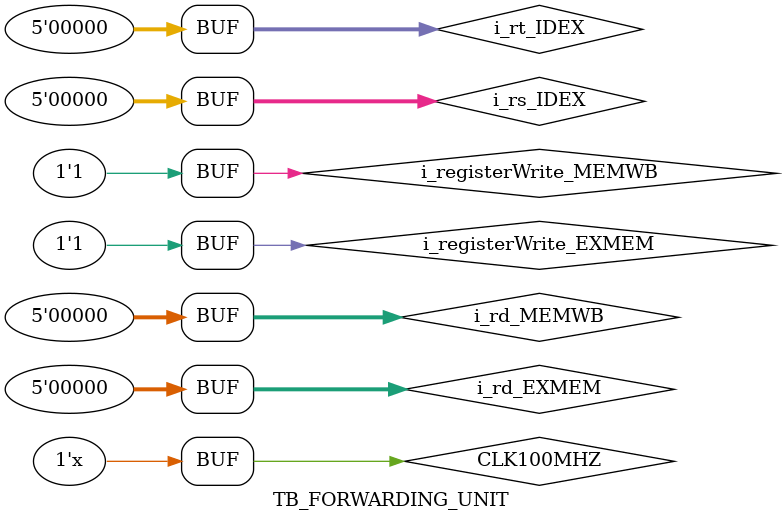
<source format=v>
`timescale 1ns / 1ps



`define len 32
`define NB $clog2(`len)

module TB_FORWARDING_UNIT(
    );
	
	reg i_registerWrite_EXMEM;
	reg i_registerWrite_MEMWB;
	reg [`NB-1:0] i_rd_EXMEM;
	reg [`NB-1:0] i_rd_MEMWB;
	reg [`NB-1:0] i_rs_IDEX;
	reg [`NB-1:0] i_rt_IDEX;
	reg CLK100MHZ;

	FORWARDING_UNIT #(.lenghtIN(`len), .NB(`NB))
	FORWARDING_UNIT(
		.i_registerWrite_EXMEM(i_registerWrite_EXMEM),
		.i_registerWrite_MEMWB(i_registerWrite_MEMWB),
		.i_rd_EXMEM(i_rd_EXMEM),
		.i_rd_MEMWB(i_rd_MEMWB),
		.i_rs_IDEX(i_rs_IDEX),
		.i_rt_IDEX(i_rt_IDEX)
		);

	initial begin
		CLK100MHZ = 0;

		i_registerWrite_EXMEM = 0;//no escribe
		i_registerWrite_MEMWB = 0;//no escribe
		i_rd_EXMEM = 1;
		i_rd_MEMWB = 1;
		
		i_rs_IDEX = 0;

		#10

		i_registerWrite_EXMEM = 0;
		i_registerWrite_MEMWB = 0;
		i_rd_EXMEM = 1;
		i_rd_MEMWB = 0;
		
		i_rs_IDEX = 0;

		#10

		i_registerWrite_EXMEM = 0;
		i_registerWrite_MEMWB = 0;
		i_rd_EXMEM = 0;
		i_rd_MEMWB = 1;
		
		i_rs_IDEX = 0;

		#10

		i_registerWrite_EXMEM = 0;
		i_registerWrite_MEMWB = 0;
		i_rd_EXMEM = 0;
		i_rd_MEMWB = 0;
		
		i_rs_IDEX = 0;

		#10

		i_registerWrite_EXMEM = 0;
		i_registerWrite_MEMWB = 1;// i-2 escribe en reg
		i_rd_EXMEM = 1; 
		i_rd_MEMWB = 1;
		
		i_rs_IDEX = 0;

		#10

		i_registerWrite_EXMEM = 0;
		i_registerWrite_MEMWB = 1;
		i_rd_EXMEM = 1;
		i_rd_MEMWB = 0;
		
		i_rs_IDEX = 0;

		#10

		i_registerWrite_EXMEM = 0;
		i_registerWrite_MEMWB = 1;
		i_rd_EXMEM = 0;
		i_rd_MEMWB = 1;
		
		i_rs_IDEX = 0;

		#10

		i_registerWrite_EXMEM = 0;
		i_registerWrite_MEMWB = 1;
		i_rd_EXMEM = 0;
		i_rd_MEMWB = 0;
		
		i_rs_IDEX = 0;

		#10

		i_registerWrite_EXMEM = 1;
		i_registerWrite_MEMWB = 0;
		i_rd_EXMEM = 1;
		i_rd_MEMWB = 1;
		
		i_rs_IDEX = 0;

		#10

		i_registerWrite_EXMEM = 1;
		i_registerWrite_MEMWB = 0;
		i_rd_EXMEM = 1;
		i_rd_MEMWB = 0;
		
		i_rs_IDEX = 0;

		#10

		i_registerWrite_EXMEM = 1;
		i_registerWrite_MEMWB = 0;
		i_rd_EXMEM = 0;
		i_rd_MEMWB = 1;
		
		i_rs_IDEX = 0;

		#10

		i_registerWrite_EXMEM = 1;
		i_registerWrite_MEMWB = 0;
		i_rd_EXMEM = 0;
		i_rd_MEMWB = 0;
		
		i_rs_IDEX = 0;

		#10

		i_registerWrite_EXMEM = 1;
		i_registerWrite_MEMWB = 1;
		i_rd_EXMEM = 1;
		i_rd_MEMWB = 1;
		
		i_rs_IDEX = 0;

		#10

		i_registerWrite_EXMEM = 1;
		i_registerWrite_MEMWB = 1;
		i_rd_EXMEM = 1;
		i_rd_MEMWB = 0;
		
		i_rs_IDEX = 0;

		#10

		i_registerWrite_EXMEM = 1;
		i_registerWrite_MEMWB = 1;
		i_rd_EXMEM = 0;
		i_rd_MEMWB = 1;
		
		i_rs_IDEX = 0;

		#10

		i_registerWrite_EXMEM = 1;
		i_registerWrite_MEMWB = 1;
		i_rd_EXMEM = 0;
		i_rd_MEMWB = 0;
		
		i_rs_IDEX = 0;

		#10

		i_registerWrite_EXMEM = 1;
		i_registerWrite_MEMWB = 1;
		i_rd_EXMEM = 0;
		i_rd_MEMWB = 0;
		
		i_rt_IDEX = 0;

	end

	always
		#5 CLK100MHZ = ~CLK100MHZ;
		
endmodule

</source>
